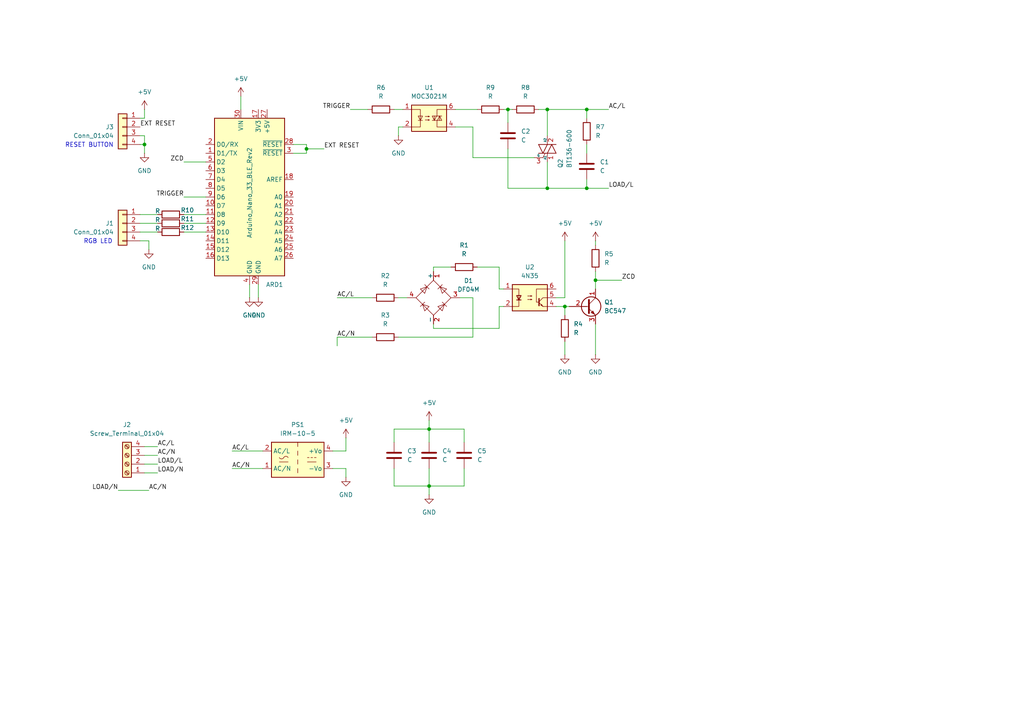
<source format=kicad_sch>
(kicad_sch (version 20231120) (generator "eeschema") (generator_version "8.0")
  (paper "A4")
  (title_block (title "PulseFlow") (date "2024-12-06") (company "HSE B.V."))
  (lib_symbols
    (symbol "Connector:Screw_Terminal_01x04" (pin_names (offset 1.016) hide)
      (property "Reference" "J" (at 0 5.08 0))
      (property "Value" "Screw_Terminal_01x04" (at 0 -7.62 0))
      (symbol "Screw_Terminal_01x04_1_1"
        (rectangle (start -1.27 3.81) (end 1.27 -6.35) (stroke (width 0.254)) (fill (type background)))
        (circle (center 0 -5.08) (radius 0.635) (stroke (width 0.1524)))
        (circle (center 0 -2.54) (radius 0.635) (stroke (width 0.1524)))
        (polyline (pts (xy -0.5334 -4.7498) (xy 0.3302 -5.588)) (stroke (width 0.1524)))
        (polyline (pts (xy -0.5334 -2.2098) (xy 0.3302 -3.048)) (stroke (width 0.1524)))
        (polyline (pts (xy -0.5334 0.3302) (xy 0.3302 -0.508)) (stroke (width 0.1524)))
        (polyline (pts (xy -0.5334 2.8702) (xy 0.3302 2.032)) (stroke (width 0.1524)))
        (polyline (pts (xy -0.3556 -4.572) (xy 0.508 -5.4102)) (stroke (width 0.1524)))
        (polyline (pts (xy -0.3556 -2.032) (xy 0.508 -2.8702)) (stroke (width 0.1524)))
        (polyline (pts (xy -0.3556 0.508) (xy 0.508 -0.3302)) (stroke (width 0.1524)))
        (polyline (pts (xy -0.3556 3.048) (xy 0.508 2.2098)) (stroke (width 0.1524)))
        (circle (center 0 0) (radius 0.635) (stroke (width 0.1524)))
        (circle (center 0 2.54) (radius 0.635) (stroke (width 0.1524)))
        (pin passive line (at -5.08 2.54 0) (length 3.81) (name "Pin_1") (number "1"))
        (pin passive line (at -5.08 0 0) (length 3.81) (name "Pin_2") (number "2"))
        (pin passive line (at -5.08 -2.54 0) (length 3.81) (name "Pin_3") (number "3"))
        (pin passive line (at -5.08 -5.08 0) (length 3.81) (name "Pin_4") (number "4"))
      )
    )
    (symbol "Connector_Generic:Conn_01x04" (pin_names (offset 1.016) hide)
      (property "Reference" "J" (at 0 5.08 0))
      (property "Value" "Conn_01x04" (at 0 -7.62 0))
      (symbol "Conn_01x04_1_1"
        (rectangle (start -1.27 -4.953) (end 0 -5.207) (stroke (width 0.1524)))
        (rectangle (start -1.27 -2.413) (end 0 -2.667) (stroke (width 0.1524)))
        (rectangle (start -1.27 0.127) (end 0 -0.127) (stroke (width 0.1524)))
        (rectangle (start -1.27 2.667) (end 0 2.413) (stroke (width 0.1524)))
        (rectangle (start -1.27 3.81) (end 1.27 -6.35) (stroke (width 0.254)) (fill (type background)))
        (pin passive line (at -5.08 2.54 0) (length 3.81) (name "Pin_1") (number "1"))
        (pin passive line (at -5.08 0 0) (length 3.81) (name "Pin_2") (number "2"))
        (pin passive line (at -5.08 -2.54 0) (length 3.81) (name "Pin_3") (number "3"))
        (pin passive line (at -5.08 -5.08 0) (length 3.81) (name "Pin_4") (number "4"))
      )
    )
    (symbol "Converter_ACDC:IRM-10-5"
      (property "Reference" "PS" (at 0 6.35 0))
      (property "Value" "IRM-10-5" (at 0 -6.35 0))
      (symbol "IRM-10-5_0_1"
        (rectangle (start -7.62 5.08) (end 7.62 -5.08) (stroke (width 0.254)) (fill (type background)))
        (arc (start -5.334 0.635) (mid -4.699 0.2495) (end -4.064 0.635))
        (arc (start -2.794 0.635) (mid -3.429 1.0072) (end -4.064 0.635))
        (polyline (pts (xy -5.334 -0.635) (xy -2.794 -0.635)))
        (polyline (pts (xy 0 -2.54) (xy 0 -3.81)))
        (polyline (pts (xy 0 0) (xy 0 -1.27)))
        (polyline (pts (xy 0 2.54) (xy 0 1.27)))
        (polyline (pts (xy 0 5.08) (xy 0 3.81)))
        (polyline (pts (xy 2.794 -0.635) (xy 5.334 -0.635)))
        (polyline (pts (xy 2.794 0.635) (xy 3.302 0.635)))
        (polyline (pts (xy 3.81 0.635) (xy 4.318 0.635)))
        (polyline (pts (xy 4.826 0.635) (xy 5.334 0.635)))
      )
      (symbol "IRM-10-5_1_1"
        (pin power_in line (at -10.16 -2.54 0) (length 2.54) (name "AC/N") (number "1"))
        (pin power_in line (at -10.16 2.54 0) (length 2.54) (name "AC/L") (number "2"))
        (pin power_out line (at 10.16 -2.54 180) (length 2.54) (name "-Vo") (number "3"))
        (pin power_out line (at 10.16 2.54 180) (length 2.54) (name "+Vo") (number "4"))
      )
    )
    (symbol "Device:C" (pin_numbers hide) (pin_names (offset 0.254))
      (property "Reference" "C" (at 0.635 2.54 0))
      (property "Value" "C" (at 0.635 -2.54 0))
      (symbol "C_0_1"
        (polyline (pts (xy -2.032 -0.762) (xy 2.032 -0.762)) (stroke (width 0.508)))
        (polyline (pts (xy -2.032 0.762) (xy 2.032 0.762)) (stroke (width 0.508)))
      )
      (symbol "C_1_1"
        (pin passive line (at 0 3.81 270) (length 2.794) (name "~") (number "1"))
        (pin passive line (at 0 -3.81 90) (length 2.794) (name "~") (number "2"))
      )
    )
    (symbol "Device:R" (pin_numbers hide) (pin_names (offset 0))
      (property "Reference" "R" (at 2.032 0 90))
      (property "Value" "R" (at 0 0 90))
      (symbol "R_0_1"
        (rectangle (start -1.016 -2.54) (end 1.016 2.54) (stroke (width 0.254)))
      )
      (symbol "R_1_1"
        (pin passive line (at 0 3.81 270) (length 1.27) (name "~") (number "1"))
        (pin passive line (at 0 -3.81 90) (length 1.27) (name "~") (number "2"))
      )
    )
    (symbol "Diode_Bridge:DF04M" (pin_names (offset 0))
      (property "Reference" "D" (at 2.54 6.985 0))
      (property "Value" "DF04M" (at 2.54 5.08 0))
      (symbol "DF04M_0_1"
        (polyline (pts (xy -2.54 3.81) (xy -1.27 2.54)))
        (polyline (pts (xy -1.27 -2.54) (xy -2.54 -3.81)))
        (polyline (pts (xy 2.54 -1.27) (xy 3.81 -2.54)))
        (polyline (pts (xy 2.54 1.27) (xy 3.81 2.54)))
        (polyline (pts (xy -3.81 2.54) (xy -2.54 1.27) (xy -1.905 3.175) (xy -3.81 2.54)))
        (polyline (pts (xy -2.54 -1.27) (xy -3.81 -2.54) (xy -1.905 -3.175) (xy -2.54 -1.27)))
        (polyline (pts (xy 1.27 2.54) (xy 2.54 3.81) (xy 3.175 1.905) (xy 1.27 2.54)))
        (polyline (pts (xy 3.175 -1.905) (xy 1.27 -2.54) (xy 2.54 -3.81) (xy 3.175 -1.905)))
        (polyline (pts (xy -5.08 0) (xy 0 -5.08) (xy 5.08 0) (xy 0 5.08) (xy -5.08 0)))
      )
      (symbol "DF04M_1_1"
        (pin passive line (at 7.62 0 180) (length 2.54) (name "+") (number "1"))
        (pin passive line (at -7.62 0 0) (length 2.54) (name "-") (number "2"))
        (pin passive line (at 0 -7.62 90) (length 2.54) (name "~") (number "3"))
        (pin passive line (at 0 7.62 270) (length 2.54) (name "~") (number "4"))
      )
    )
    (symbol "Isolator:4N35" (pin_names (offset 1.016))
      (property "Reference" "U" (at -5.08 5.08 0))
      (property "Value" "4N35" (at 0 5.08 0))
      (symbol "4N35_0_1"
        (rectangle (start -5.08 3.81) (end 5.08 -3.81) (stroke (width 0.254)) (fill (type background)))
        (polyline (pts (xy -3.81 -0.635) (xy -2.54 -0.635)) (stroke (width 0.254)))
        (polyline (pts (xy 2.667 -1.397) (xy 3.81 -2.54)))
        (polyline (pts (xy 2.667 -1.143) (xy 3.81 0)))
        (polyline (pts (xy 3.81 -2.54) (xy 5.08 -2.54)))
        (polyline (pts (xy 3.81 0) (xy 5.08 0)))
        (polyline (pts (xy 2.667 -0.254) (xy 2.667 -2.286) (xy 2.667 -2.286)) (stroke (width 0.3556)))
        (polyline (pts (xy -5.08 -2.54) (xy -3.175 -2.54) (xy -3.175 2.54) (xy -5.08 2.54)))
        (polyline (pts (xy -3.175 -0.635) (xy -3.81 0.635) (xy -2.54 0.635) (xy -3.175 -0.635)) (stroke (width 0.254)))
        (polyline (pts (xy 3.683 -2.413) (xy 3.429 -1.905) (xy 3.175 -2.159) (xy 3.683 -2.413)))
        (polyline (pts (xy 5.08 2.54) (xy 1.905 2.54) (xy 1.905 -1.27) (xy 2.54 -1.27)))
        (polyline (pts (xy -0.635 -0.508) (xy 0.635 -0.508) (xy 0.254 -0.635) (xy 0.254 -0.381) (xy 0.635 -0.508)))
        (polyline (pts (xy -0.635 0.508) (xy 0.635 0.508) (xy 0.254 0.381) (xy 0.254 0.635) (xy 0.635 0.508)))
      )
      (symbol "4N35_1_1"
        (pin passive line (at -7.62 2.54 0) (length 2.54) (name "~") (number "1"))
        (pin passive line (at -7.62 -2.54 0) (length 2.54) (name "~") (number "2"))
        (pin no_connect line (at -5.08 0 0) (length 2.54) hide (name "NC") (number "3"))
        (pin passive line (at 7.62 -2.54 180) (length 2.54) (name "~") (number "4"))
        (pin passive line (at 7.62 0 180) (length 2.54) (name "~") (number "5"))
        (pin passive line (at 7.62 2.54 180) (length 2.54) (name "~") (number "6"))
      )
    )
    (symbol "MCU_Module:Arduino_Nano_v3.x"
      (property "Reference" "A" (at -10.16 23.495 0))
      (property "Value" "Arduino_Nano_v3.x" (at 5.08 -24.13 0))
      (symbol "Arduino_Nano_v3.x_0_1"
        (rectangle (start -10.16 22.86) (end 10.16 -22.86) (stroke (width 0.254)) (fill (type background)))
      )
      (symbol "Arduino_Nano_v3.x_1_1"
        (pin bidirectional line (at -12.7 12.7 0) (length 2.54) (name "D1/TX") (number "1"))
        (pin bidirectional line (at -12.7 -2.54 0) (length 2.54) (name "D7") (number "10"))
        (pin bidirectional line (at -12.7 -5.08 0) (length 2.54) (name "D8") (number "11"))
        (pin bidirectional line (at -12.7 -7.62 0) (length 2.54) (name "D9") (number "12"))
        (pin bidirectional line (at -12.7 -10.16 0) (length 2.54) (name "D10") (number "13"))
        (pin bidirectional line (at -12.7 -12.7 0) (length 2.54) (name "D11") (number "14"))
        (pin bidirectional line (at -12.7 -15.24 0) (length 2.54) (name "D12") (number "15"))
        (pin bidirectional line (at -12.7 -17.78 0) (length 2.54) (name "D13") (number "16"))
        (pin power_out line (at 2.54 25.4 270) (length 2.54) (name "3V3") (number "17"))
        (pin input line (at 12.7 5.08 180) (length 2.54) (name "AREF") (number "18"))
        (pin bidirectional line (at 12.7 0 180) (length 2.54) (name "A0") (number "19"))
        (pin bidirectional line (at -12.7 15.24 0) (length 2.54) (name "D0/RX") (number "2"))
        (pin bidirectional line (at 12.7 -2.54 180) (length 2.54) (name "A1") (number "20"))
        (pin bidirectional line (at 12.7 -5.08 180) (length 2.54) (name "A2") (number "21"))
        (pin bidirectional line (at 12.7 -7.62 180) (length 2.54) (name "A3") (number "22"))
        (pin bidirectional line (at 12.7 -10.16 180) (length 2.54) (name "A4") (number "23"))
        (pin bidirectional line (at 12.7 -12.7 180) (length 2.54) (name "A5") (number "24"))
        (pin bidirectional line (at 12.7 -15.24 180) (length 2.54) (name "A6") (number "25"))
        (pin bidirectional line (at 12.7 -17.78 180) (length 2.54) (name "A7") (number "26"))
        (pin power_out line (at 5.08 25.4 270) (length 2.54) (name "+5V") (number "27"))
        (pin input line (at 12.7 15.24 180) (length 2.54) (name "~{RESET}") (number "28"))
        (pin power_in line (at 2.54 -25.4 90) (length 2.54) (name "GND") (number "29"))
        (pin input line (at 12.7 12.7 180) (length 2.54) (name "~{RESET}") (number "3"))
        (pin power_in line (at -2.54 25.4 270) (length 2.54) (name "VIN") (number "30"))
        (pin power_in line (at 0 -25.4 90) (length 2.54) (name "GND") (number "4"))
        (pin bidirectional line (at -12.7 10.16 0) (length 2.54) (name "D2") (number "5"))
        (pin bidirectional line (at -12.7 7.62 0) (length 2.54) (name "D3") (number "6"))
        (pin bidirectional line (at -12.7 5.08 0) (length 2.54) (name "D4") (number "7"))
        (pin bidirectional line (at -12.7 2.54 0) (length 2.54) (name "D5") (number "8"))
        (pin bidirectional line (at -12.7 0 0) (length 2.54) (name "D6") (number "9"))
      )
    )
    (symbol "Relay_SolidState:MOC3021M"
      (property "Reference" "U" (at -5.334 4.826 0))
      (property "Value" "MOC3021M" (at 0 5.08 0))
      (symbol "MOC3021M_0_1"
        (rectangle (start -5.08 3.81) (end 5.08 -3.81) (stroke (width 0.254)) (fill (type background)))
        (polyline (pts (xy -3.175 -0.635) (xy -1.905 -0.635)))
        (polyline (pts (xy 1.524 -0.635) (xy 1.524 0.635)))
        (polyline (pts (xy 3.048 0.635) (xy 3.048 -0.635)))
        (polyline (pts (xy 2.286 -0.635) (xy 2.286 -2.54) (xy 5.08 -2.54)))
        (polyline (pts (xy 2.286 0.635) (xy 2.286 2.54) (xy 5.08 2.54)))
        (polyline (pts (xy -5.08 2.54) (xy -2.54 2.54) (xy -2.54 -2.54) (xy -5.08 -2.54)))
        (polyline (pts (xy -2.54 -0.635) (xy -3.175 0.635) (xy -1.905 0.635) (xy -2.54 -0.635)))
        (polyline (pts (xy 0.889 -0.635) (xy 3.683 -0.635) (xy 3.048 0.635) (xy 2.413 -0.635)))
        (polyline (pts (xy 3.683 0.635) (xy 0.889 0.635) (xy 1.524 -0.635) (xy 2.159 0.635)))
        (polyline (pts (xy -1.143 -0.508) (xy 0.127 -0.508) (xy -0.254 -0.635) (xy -0.254 -0.381) (xy 0.127 -0.508)))
        (polyline (pts (xy -1.143 0.508) (xy 0.127 0.508) (xy -0.254 0.381) (xy -0.254 0.635) (xy 0.127 0.508)))
      )
      (symbol "MOC3021M_1_1"
        (pin passive line (at -7.62 2.54 0) (length 2.54) (name "~") (number "1"))
        (pin passive line (at -7.62 -2.54 0) (length 2.54) (name "~") (number "2"))
        (pin no_connect line (at -5.08 0 0) (length 2.54) hide (name "NC") (number "3"))
        (pin passive line (at 7.62 -2.54 180) (length 2.54) (name "~") (number "4"))
        (pin no_connect line (at 5.08 0 180) (length 2.54) hide (name "NC") (number "5"))
        (pin passive line (at 7.62 2.54 180) (length 2.54) (name "~") (number "6"))
      )
    )
    (symbol "Transistor_BJT:BC547" (pin_names (offset 0) hide)
      (property "Reference" "Q" (at 5.08 1.905 0))
      (property "Value" "BC547" (at 5.08 0 0))
      (symbol "BC547_0_1"
        (polyline (pts (xy 0 0) (xy 0.635 0)))
        (polyline (pts (xy 0.635 0.635) (xy 2.54 2.54)))
        (polyline (pts (xy 0.635 -0.635) (xy 2.54 -2.54) (xy 2.54 -2.54)))
        (polyline (pts (xy 0.635 1.905) (xy 0.635 -1.905) (xy 0.635 -1.905)) (stroke (width 0.508)))
        (polyline (pts (xy 1.27 -1.778) (xy 1.778 -1.27) (xy 2.286 -2.286) (xy 1.27 -1.778) (xy 1.27 -1.778)) (fill (type outline)))
        (circle (center 1.27 0) (radius 2.8194) (stroke (width 0.254)))
      )
      (symbol "BC547_1_1"
        (pin passive line (at 2.54 5.08 270) (length 2.54) (name "C") (number "1"))
        (pin input line (at -5.08 0 0) (length 5.08) (name "B") (number "2"))
        (pin passive line (at 2.54 -5.08 90) (length 2.54) (name "E") (number "3"))
      )
    )
    (symbol "Triac_Thyristor:BT136-600" (pin_names (offset 0))
      (property "Reference" "Q" (at 5.08 1.905 0))
      (property "Value" "BT136-600" (at 5.08 0 0))
      (symbol "BT136-600_0_1"
        (polyline (pts (xy -2.54 -1.27) (xy 2.54 -1.27)) (stroke (width 0.2032)))
        (polyline (pts (xy -2.54 1.27) (xy 2.54 1.27)) (stroke (width 0.2032)))
        (polyline (pts (xy -1.27 -2.54) (xy -0.635 -1.27)))
        (polyline (pts (xy -2.54 1.27) (xy -1.27 -1.27) (xy 0 1.27)) (stroke (width 0.2032)))
        (polyline (pts (xy 0 -1.27) (xy 1.27 1.27) (xy 2.54 -1.27)) (stroke (width 0.2032)))
      )
      (symbol "BT136-600_1_1"
        (pin passive line (at 0 -3.81 90) (length 2.54) (name "A1") (number "1"))
        (pin passive line (at 0 3.81 270) (length 2.54) (name "A2") (number "2"))
        (pin input line (at -3.81 -2.54 0) (length 2.54) (name "G") (number "3"))
      )
    )
    (symbol "power:+5V" (power) (pin_numbers hide) (pin_names (offset 0) hide)
      (property "Value" "+5V" (at 0 3.556 0))
      (symbol "+5V_0_1"
        (polyline (pts (xy -0.762 1.27) (xy 0 2.54)))
        (polyline (pts (xy 0 0) (xy 0 2.54)))
        (polyline (pts (xy 0 2.54) (xy 0.762 1.27)))
      )
      (symbol "+5V_1_1"
        (pin power_in line (at 0 0 90) (length 0) (name "~") (number "1"))
      )
    )
    (symbol "power:GND" (power) (pin_numbers hide) (pin_names (offset 0) hide)
      (property "Value" "GND" (at 0 -3.81 0))
      (symbol "GND_0_1"
        (polyline (pts (xy 0 0) (xy 0 -1.27) (xy 1.27 -1.27) (xy 0 -2.54) (xy -1.27 -1.27) (xy 0 -1.27)))
      )
      (symbol "GND_1_1"
        (pin power_in line (at 0 0 270) (length 0) (name "~") (number "1"))
      )
    )
  )
  (junction (at 88.9 43.18))
  (junction (at 158.75 54.61))
  (junction (at 163.83 88.9))
  (junction (at 41.91 41.91))
  (junction (at 124.46 140.97))
  (junction (at 170.18 31.75))
  (junction (at 172.72 81.28))
  (junction (at 147.32 31.75))
  (junction (at 158.75 31.75))
  (junction (at 124.46 124.46))
  (junction (at 170.18 54.61))
  (wire (pts (xy 158.75 31.75) (xy 170.18 31.75)))
  (wire (pts (xy 114.3 124.46) (xy 124.46 124.46)))
  (wire (pts (xy 137.16 45.72) (xy 154.94 45.72)))
  (wire (pts (xy 114.3 31.75) (xy 116.84 31.75)))
  (wire (pts (xy 41.91 132.08) (xy 45.72 132.08)))
  (wire (pts (xy 163.83 69.85) (xy 163.83 86.36)))
  (wire (pts (xy 114.3 135.89) (xy 114.3 140.97)))
  (wire (pts (xy 134.62 135.89) (xy 134.62 140.97)))
  (wire (pts (xy 146.05 31.75) (xy 147.32 31.75)))
  (wire (pts (xy 40.64 62.23) (xy 45.72 62.23)))
  (wire (pts (xy 172.72 78.74) (xy 172.72 81.28)))
  (wire (pts (xy 97.79 97.79) (xy 97.79 100.33)))
  (wire (pts (xy 41.91 137.16) (xy 45.72 137.16)))
  (wire (pts (xy 41.91 39.37) (xy 41.91 41.91)))
  (wire (pts (xy 170.18 31.75) (xy 170.18 34.29)))
  (wire (pts (xy 69.85 27.94) (xy 69.85 31.75)))
  (wire (pts (xy 40.64 69.85) (xy 43.18 69.85)))
  (wire (pts (xy 161.29 88.9) (xy 163.83 88.9)))
  (wire (pts (xy 41.91 129.54) (xy 45.72 129.54)))
  (wire (pts (xy 40.64 34.29) (xy 41.91 34.29)))
  (wire (pts (xy 172.72 71.12) (xy 172.72 69.85)))
  (wire (pts (xy 100.33 130.81) (xy 100.33 127)))
  (wire (pts (xy 85.09 44.45) (xy 88.9 44.45)))
  (wire (pts (xy 170.18 54.61) (xy 176.53 54.61)))
  (wire (pts (xy 53.34 67.31) (xy 59.69 67.31)))
  (wire (pts (xy 137.16 36.83) (xy 132.08 36.83)))
  (wire (pts (xy 170.18 31.75) (xy 176.53 31.75)))
  (wire (pts (xy 147.32 54.61) (xy 158.75 54.61)))
  (wire (pts (xy 41.91 41.91) (xy 41.91 44.45)))
  (wire (pts (xy 101.6 31.75) (xy 106.68 31.75)))
  (wire (pts (xy 144.78 88.9) (xy 146.05 88.9)))
  (wire (pts (xy 170.18 41.91) (xy 170.18 44.45)))
  (wire (pts (xy 40.64 41.91) (xy 41.91 41.91)))
  (wire (pts (xy 163.83 99.06) (xy 163.83 102.87)))
  (wire (pts (xy 41.91 34.29) (xy 41.91 31.75)))
  (wire (pts (xy 114.3 140.97) (xy 124.46 140.97)))
  (wire (pts (xy 124.46 121.92) (xy 124.46 124.46)))
  (wire (pts (xy 43.18 69.85) (xy 43.18 72.39)))
  (wire (pts (xy 144.78 95.25) (xy 125.73 95.25)))
  (wire (pts (xy 96.52 135.89) (xy 100.33 135.89)))
  (wire (pts (xy 97.79 97.79) (xy 107.95 97.79)))
  (wire (pts (xy 34.29 142.24) (xy 43.18 142.24)))
  (wire (pts (xy 88.9 43.18) (xy 93.98 43.18)))
  (wire (pts (xy 163.83 86.36) (xy 161.29 86.36)))
  (wire (pts (xy 53.34 62.23) (xy 59.69 62.23)))
  (wire (pts (xy 144.78 77.47) (xy 138.43 77.47)))
  (wire (pts (xy 40.64 39.37) (xy 41.91 39.37)))
  (wire (pts (xy 163.83 88.9) (xy 163.83 91.44)))
  (wire (pts (xy 88.9 44.45) (xy 88.9 43.18)))
  (wire (pts (xy 134.62 140.97) (xy 124.46 140.97)))
  (wire (pts (xy 144.78 83.82) (xy 146.05 83.82)))
  (wire (pts (xy 156.21 31.75) (xy 158.75 31.75)))
  (wire (pts (xy 53.34 46.99) (xy 59.69 46.99)))
  (wire (pts (xy 125.73 95.25) (xy 125.73 93.98)))
  (wire (pts (xy 170.18 52.07) (xy 170.18 54.61)))
  (wire (pts (xy 163.83 88.9) (xy 165.1 88.9)))
  (wire (pts (xy 134.62 128.27) (xy 134.62 124.46)))
  (wire (pts (xy 115.57 97.79) (xy 137.16 97.79)))
  (wire (pts (xy 125.73 77.47) (xy 130.81 77.47)))
  (wire (pts (xy 158.75 46.99) (xy 158.75 54.61)))
  (wire (pts (xy 115.57 39.37) (xy 115.57 36.83)))
  (wire (pts (xy 41.91 134.62) (xy 45.72 134.62)))
  (wire (pts (xy 158.75 31.75) (xy 158.75 39.37)))
  (wire (pts (xy 67.31 135.89) (xy 76.2 135.89)))
  (wire (pts (xy 96.52 130.81) (xy 100.33 130.81)))
  (wire (pts (xy 124.46 135.89) (xy 124.46 140.97)))
  (wire (pts (xy 172.72 81.28) (xy 180.34 81.28)))
  (wire (pts (xy 74.93 82.55) (xy 74.93 86.36)))
  (wire (pts (xy 40.64 64.77) (xy 45.72 64.77)))
  (wire (pts (xy 115.57 86.36) (xy 118.11 86.36)))
  (wire (pts (xy 53.34 64.77) (xy 59.69 64.77)))
  (wire (pts (xy 67.31 130.81) (xy 76.2 130.81)))
  (wire (pts (xy 100.33 135.89) (xy 100.33 138.43)))
  (wire (pts (xy 53.34 57.15) (xy 59.69 57.15)))
  (wire (pts (xy 97.79 86.36) (xy 107.95 86.36)))
  (wire (pts (xy 114.3 128.27) (xy 114.3 124.46)))
  (wire (pts (xy 144.78 88.9) (xy 144.78 95.25)))
  (wire (pts (xy 88.9 43.18) (xy 88.9 41.91)))
  (wire (pts (xy 124.46 124.46) (xy 124.46 128.27)))
  (wire (pts (xy 88.9 41.91) (xy 85.09 41.91)))
  (wire (pts (xy 144.78 83.82) (xy 144.78 77.47)))
  (wire (pts (xy 115.57 36.83) (xy 116.84 36.83)))
  (wire (pts (xy 137.16 86.36) (xy 133.35 86.36)))
  (wire (pts (xy 137.16 97.79) (xy 137.16 86.36)))
  (wire (pts (xy 172.72 81.28) (xy 172.72 83.82)))
  (wire (pts (xy 147.32 31.75) (xy 148.59 31.75)))
  (wire (pts (xy 40.64 67.31) (xy 45.72 67.31)))
  (wire (pts (xy 132.08 31.75) (xy 138.43 31.75)))
  (wire (pts (xy 124.46 140.97) (xy 124.46 143.51)))
  (wire (pts (xy 125.73 77.47) (xy 125.73 78.74)))
  (wire (pts (xy 172.72 93.98) (xy 172.72 102.87)))
  (wire (pts (xy 147.32 43.18) (xy 147.32 54.61)))
  (wire (pts (xy 72.39 82.55) (xy 72.39 86.36)))
  (wire (pts (xy 158.75 54.61) (xy 170.18 54.61)))
  (wire (pts (xy 147.32 31.75) (xy 147.32 35.56)))
  (wire (pts (xy 137.16 45.72) (xy 137.16 36.83)))
  (wire (pts (xy 134.62 124.46) (xy 124.46 124.46)))
  (text "RESET BUTTON" (at 25.908 42.164 0) (effects (font (size 1.27 1.27))))
  (text "RGB LED" (at 28.448 70.104 0) (effects (font (size 1.27 1.27))))
  (label "LOAD{slash}L" (at 176.53 54.61 0))
  (label "AC{slash}L" (at 97.79 86.36 0))
  (label "AC{slash}N" (at 67.31 135.89 0))
  (label "AC{slash}N" (at 43.18 142.24 0))
  (label "LOAD{slash}N" (at 45.72 137.16 0))
  (label "LOAD{slash}L" (at 45.72 134.62 0))
  (label "ZCD" (at 53.34 46.99 180))
  (label "TRIGGER" (at 101.6 31.75 180))
  (label "EXT RESET" (at 93.98 43.18 0))
  (label "AC{slash}N" (at 97.79 97.79 0))
  (label "AC{slash}L" (at 45.72 129.54 0))
  (label "LOAD{slash}N" (at 34.29 142.24 180))
  (label "AC{slash}L" (at 176.53 31.75 0))
  (label "ZCD" (at 180.34 81.28 0))
  (label "TRIGGER" (at 53.34 57.15 180))
  (label "AC{slash}L" (at 67.31 130.81 0))
  (label "EXT RESET" (at 40.64 36.83 0))
  (label "AC{slash}N" (at 45.72 132.08 0))
  (symbol (lib_id "power:GND") (at 124.46 143.51 0) (unit 1)
    (property "Reference" "#PWR016" (effects (hide yes)))
    (property "Value" "GND" (at 124.46 148.59 0))
    (property "Description" "Power symbol creates a global label with name \"GND\" , ground" (effects (hide yes)))
  )
  (symbol (lib_id "power:+5V") (at 69.85 27.94 0) (unit 1)
    (property "Reference" "#PWR03" (effects (hide yes)))
    (property "Value" "+5V" (at 69.85 22.86 0))
    (property "Description" "Power symbol creates a global label with name \"+5V\"" (effects (hide yes)))
  )
  (symbol (lib_id "power:GND") (at 100.33 138.43 0) (unit 1)
    (property "Reference" "#PWR08" (effects (hide yes)))
    (property "Value" "GND" (at 100.33 143.51 0))
    (property "Description" "Power symbol creates a global label with name \"GND\" , ground" (effects (hide yes)))
  )
  (symbol (lib_id "Converter_ACDC:IRM-10-5") (at 86.36 133.35 0) (unit 1)
    (property "Reference" "PS1" (at 86.36 123.19 0))
    (property "Value" "IRM-10-5" (at 86.36 125.73 0))
    (property "Footprint" "Converter_ACDC:Converter_ACDC_MeanWell_IRM-10-xx_THT" (effects (hide yes)))
    (property "Datasheet" "https://www.meanwell.com/Upload/PDF/IRM-10/IRM-10-SPEC.PDF" (effects (hide yes)))
    (property "Description" "5V, 2A, 10W, Isolated, AC-DC, 222A(IRM10)" (effects (hide yes)))
  )
  (symbol (lib_id "Device:R") (at 111.76 97.79 90) (unit 1)
    (property "Reference" "R3" (at 111.76 91.44 90))
    (property "Value" "R" (at 111.76 93.98 90))
    (property "Description" "Resistor" (effects (hide yes)))
  )
  (symbol (lib_id "power:GND") (at 43.18 72.39 0) (mirror y) (unit 1)
    (property "Reference" "#PWR011" (effects (hide yes)))
    (property "Value" "GND" (at 43.18 77.47 0))
    (property "Description" "Power symbol creates a global label with name \"GND\" , ground" (effects (hide yes)))
  )
  (symbol (lib_id "power:+5V") (at 41.91 31.75 0) (unit 1)
    (property "Reference" "#PWR013" (effects (hide yes)))
    (property "Value" "+5V" (at 41.91 26.67 0))
    (property "Description" "Power symbol creates a global label with name \"+5V\"" (effects (hide yes)))
  )
  (symbol (lib_id "Device:C") (at 170.18 48.26 0) (unit 1)
    (property "Reference" "C1" (at 173.99 46.9899 0) (effects (justify left)))
    (property "Value" "C" (at 173.99 49.5299 0) (effects (justify left)))
    (property "Description" "Unpolarized capacitor" (effects (hide yes)))
  )
  (symbol (lib_id "power:GND") (at 163.83 102.87 0) (unit 1)
    (property "Reference" "#PWR05" (effects (hide yes)))
    (property "Value" "GND" (at 163.83 107.95 0))
    (property "Description" "Power symbol creates a global label with name \"GND\" , ground" (effects (hide yes)))
  )
  (symbol (lib_id "Transistor_BJT:BC547") (at 170.18 88.9 0) (unit 1)
    (property "Reference" "Q1" (at 175.26 87.6299 0) (effects (justify left)))
    (property "Value" "BC547" (at 175.26 90.1699 0) (effects (justify left)))
    (property "Footprint" "Package_TO_SOT_THT:TO-92_Inline" (effects (hide yes)))
    (property "Datasheet" "https://www.onsemi.com/pub/Collateral/BC550-D.pdf" (effects (hide yes)))
    (property "Description" "0.1A Ic, 45V Vce, Small Signal NPN Transistor, TO-92" (effects (hide yes)))
  )
  (symbol (lib_id "Connector_Generic:Conn_01x04") (at 35.56 36.83 0) (mirror y) (unit 1)
    (property "Reference" "J3" (at 33.02 36.8299 0) (effects (justify left)))
    (property "Value" "Conn_01x04" (at 33.02 39.3699 0) (effects (justify left)))
    (property "Footprint" "Connector_Molex:Molex_KK-254_AE-6410-04A_1x04_P2.54mm_Vertical" (effects (hide yes)))
    (property "Description" "Generic connector, single row, 01x04, script generated (kicad-library-utils/schlib/autogen/connector/)" (effects (hide yes)))
  )
  (symbol (lib_id "power:+5V") (at 172.72 69.85 0) (unit 1)
    (property "Reference" "#PWR01" (effects (hide yes)))
    (property "Value" "+5V" (at 172.72 64.77 0))
    (property "Description" "Power symbol creates a global label with name \"+5V\"" (effects (hide yes)))
  )
  (symbol (lib_id "MCU_Module:Arduino_Nano_v3.x") (at 72.39 57.15 0) (unit 1)
    (property "Reference" "ARD1" (at 77.1241 82.55 0) (effects (justify left)))
    (property "Value" "Arduino_Nano_33_BLE_Rev2" (at 72.39 69.088 90) (effects (justify left)))
    (property "Footprint" "Module:Arduino_Nano" (effects (hide yes)))
    (property "Datasheet" "http://www.mouser.com/pdfdocs/Gravitech_Arduino_Nano3_0.pdf" (effects (hide yes)))
    (property "Description" "Arduino Nano v3.x" (effects (hide yes)))
  )
  (symbol (lib_id "Device:R") (at 49.53 67.31 270) (unit 1)
    (property "Reference" "R12" (at 54.356 66.04 90))
    (property "Value" "R" (at 45.72 66.294 90))
    (property "Description" "Resistor" (effects (hide yes)))
  )
  (symbol (lib_id "Device:R") (at 170.18 38.1 0) (unit 1)
    (property "Reference" "R7" (at 172.72 36.8299 0) (effects (justify left)))
    (property "Value" "R" (at 172.72 39.3699 0) (effects (justify left)))
    (property "Description" "Resistor" (effects (hide yes)))
  )
  (symbol (lib_id "Device:C") (at 124.46 132.08 0) (unit 1)
    (property "Reference" "C4" (at 128.27 130.8099 0) (effects (justify left)))
    (property "Value" "C" (at 128.27 133.3499 0) (effects (justify left)))
    (property "Description" "Unpolarized capacitor" (effects (hide yes)))
  )
  (symbol (lib_id "Device:R") (at 142.24 31.75 270) (unit 1)
    (property "Reference" "R9" (at 142.24 25.4 90))
    (property "Value" "R" (at 142.24 27.94 90))
    (property "Description" "Resistor" (effects (hide yes)))
  )
  (symbol (lib_id "Device:C") (at 147.32 39.37 0) (unit 1)
    (property "Reference" "C2" (at 151.13 38.0999 0) (effects (justify left)))
    (property "Value" "C" (at 151.13 40.6399 0) (effects (justify left)))
    (property "Description" "Unpolarized capacitor" (effects (hide yes)))
  )
  (symbol (lib_id "power:+5V") (at 163.83 69.85 0) (unit 1)
    (property "Reference" "#PWR010" (effects (hide yes)))
    (property "Value" "+5V" (at 163.83 64.77 0))
    (property "Description" "Power symbol creates a global label with name \"+5V\"" (effects (hide yes)))
  )
  (symbol (lib_id "power:+5V") (at 100.33 127 0) (unit 1)
    (property "Reference" "#PWR02" (effects (hide yes)))
    (property "Value" "+5V" (at 100.33 121.92 0))
    (property "Description" "Power symbol creates a global label with name \"+5V\"" (effects (hide yes)))
  )
  (symbol (lib_id "Device:R") (at 49.53 64.77 270) (unit 1)
    (property "Reference" "R11" (at 54.356 63.5 90))
    (property "Value" "R" (at 45.72 63.754 90))
    (property "Description" "Resistor" (effects (hide yes)))
  )
  (symbol (lib_id "power:GND") (at 74.93 86.36 0) (unit 1)
    (property "Reference" "#PWR07" (effects (hide yes)))
    (property "Value" "GND" (at 74.93 91.44 0))
    (property "Description" "Power symbol creates a global label with name \"GND\" , ground" (effects (hide yes)))
  )
  (symbol (lib_id "Device:R") (at 110.49 31.75 270) (unit 1)
    (property "Reference" "R6" (at 110.49 25.4 90))
    (property "Value" "R" (at 110.49 27.94 90))
    (property "Description" "Resistor" (effects (hide yes)))
  )
  (symbol (lib_id "Connector:Screw_Terminal_01x04") (at 36.83 134.62 180) (unit 1)
    (property "Reference" "J2" (at 36.83 123.19 0))
    (property "Value" "Screw_Terminal_01x04" (at 36.83 125.73 0))
    (property "Footprint" "TerminalBlock_Phoenix:TerminalBlock_Phoenix_MKDS-1,5-4-5.08_1x04_P5.08mm_Horizontal" (effects (hide yes)))
    (property "Description" "Generic screw terminal, single row, 01x04, script generated (kicad-library-utils/schlib/autogen/connector/)" (effects (hide yes)))
  )
  (symbol (lib_id "power:GND") (at 72.39 86.36 0) (unit 1)
    (property "Reference" "#PWR06" (effects (hide yes)))
    (property "Value" "GND" (at 72.39 91.44 0))
    (property "Description" "Power symbol creates a global label with name \"GND\" , ground" (effects (hide yes)))
  )
  (symbol (lib_id "Isolator:4N35") (at 153.67 86.36 0) (unit 1)
    (property "Reference" "U2" (at 153.67 77.47 0))
    (property "Value" "4N35" (at 153.67 80.01 0))
    (property "Footprint" "Package_DIP:DIP-6_W7.62mm" (effects (hide yes)))
    (property "Datasheet" "https://www.vishay.com/docs/81181/4n35.pdf" (effects (hide yes)))
    (property "Description" "Optocoupler, Phototransistor Output, with Base Connection, Vce 70V, CTR 100%, Viso 5000V, DIP6" (effects (hide yes)))
  )
  (symbol (lib_id "Connector_Generic:Conn_01x04") (at 35.56 64.77 0) (mirror y) (unit 1)
    (property "Reference" "J1" (at 33.02 64.7699 0) (effects (justify left)))
    (property "Value" "Conn_01x04" (at 33.02 67.3099 0) (effects (justify left)))
    (property "Footprint" "Connector_Molex:Molex_KK-254_AE-6410-04A_1x04_P2.54mm_Vertical" (effects (hide yes)))
    (property "Description" "Generic connector, single row, 01x04, script generated (kicad-library-utils/schlib/autogen/connector/)" (effects (hide yes)))
  )
  (symbol (lib_id "power:GND") (at 41.91 44.45 0) (mirror y) (unit 1)
    (property "Reference" "#PWR012" (effects (hide yes)))
    (property "Value" "GND" (at 41.91 49.53 0))
    (property "Description" "Power symbol creates a global label with name \"GND\" , ground" (effects (hide yes)))
  )
  (symbol (lib_id "Relay_SolidState:MOC3021M") (at 124.46 34.29 0) (unit 1)
    (property "Reference" "U1" (at 124.46 25.4 0))
    (property "Value" "MOC3021M" (at 124.46 27.94 0))
    (property "Footprint" "Package_DIP:DIP-6_W7.62mm" (effects (hide yes)))
    (property "Datasheet" "https://www.onsemi.com/pub/Collateral/MOC3023M-D.PDF" (effects (hide yes)))
    (property "Description" "Random Phase Opto-Triac, Vdrm 400V, Ift 15mA, DIP6" (effects (hide yes)))
  )
  (symbol (lib_id "Device:R") (at 111.76 86.36 90) (unit 1)
    (property "Reference" "R2" (at 111.76 80.01 90))
    (property "Value" "R" (at 111.76 82.55 90))
    (property "Description" "Resistor" (effects (hide yes)))
  )
  (symbol (lib_id "power:GND") (at 172.72 102.87 0) (unit 1)
    (property "Reference" "#PWR04" (effects (hide yes)))
    (property "Value" "GND" (at 172.72 107.95 0))
    (property "Description" "Power symbol creates a global label with name \"GND\" , ground" (effects (hide yes)))
  )
  (symbol (lib_id "Triac_Thyristor:BT136-600") (at 158.75 43.18 0) (unit 1)
    (property "Reference" "Q2" (at 162.56 48.768 90) (effects (justify left)))
    (property "Value" "BT136-600" (at 165.1 48.768 90) (effects (justify left)))
    (property "Footprint" "Package_TO_SOT_THT:TO-220-3_Vertical" (effects (hide yes)))
    (property "Datasheet" "http://www.micropik.com/PDF/BT136-600.pdf" (effects (hide yes)))
    (property "Description" "4A RMS, 500V Off-State Voltage, Triac, TO-220" (effects (hide yes)))
  )
  (symbol (lib_id "power:GND") (at 115.57 39.37 0) (unit 1)
    (property "Reference" "#PWR09" (effects (hide yes)))
    (property "Value" "GND" (at 115.57 44.45 0))
    (property "Description" "Power symbol creates a global label with name \"GND\" , ground" (effects (hide yes)))
  )
  (symbol (lib_id "Device:C") (at 114.3 132.08 0) (unit 1)
    (property "Reference" "C3" (at 118.11 130.8099 0) (effects (justify left)))
    (property "Value" "C" (at 118.11 133.3499 0) (effects (justify left)))
    (property "Description" "Unpolarized capacitor" (effects (hide yes)))
  )
  (symbol (lib_id "Device:R") (at 49.53 62.23 270) (unit 1)
    (property "Reference" "R10" (at 54.356 60.96 90))
    (property "Value" "R" (at 45.72 61.214 90))
    (property "Description" "Resistor" (effects (hide yes)))
  )
  (symbol (lib_id "Device:R") (at 152.4 31.75 270) (unit 1)
    (property "Reference" "R8" (at 152.4 25.4 90))
    (property "Value" "R" (at 152.4 27.94 90))
    (property "Description" "Resistor" (effects (hide yes)))
  )
  (symbol (lib_id "Device:R") (at 172.72 74.93 0) (unit 1)
    (property "Reference" "R5" (at 175.26 73.6599 0) (effects (justify left)))
    (property "Value" "R" (at 175.26 76.1999 0) (effects (justify left)))
    (property "Description" "Resistor" (effects (hide yes)))
  )
  (symbol (lib_id "Device:C") (at 134.62 132.08 0) (unit 1)
    (property "Reference" "C5" (at 138.43 130.8099 0) (effects (justify left)))
    (property "Value" "C" (at 138.43 133.3499 0) (effects (justify left)))
    (property "Description" "Unpolarized capacitor" (effects (hide yes)))
  )
  (symbol (lib_id "Diode_Bridge:DF04M") (at 125.73 86.36 90) (unit 1)
    (property "Reference" "D1" (at 135.89 81.4068 90))
    (property "Value" "DF04M" (at 135.89 83.9468 90))
    (property "Footprint" "Diode_THT:Diode_Bridge_DIP-4_W7.62mm_P5.08mm" (effects (hide yes)))
    (property "Datasheet" "http://www.vishay.com/docs/88571/dfm.pdf" (effects (hide yes)))
    (property "Description" "Miniature Glass Passivated Single-Phase Bridge Rectifiers, 280V Vrms, 1.0A If, DIP-4" (effects (hide yes)))
  )
  (symbol (lib_id "power:+5V") (at 124.46 121.92 0) (unit 1)
    (property "Reference" "#PWR015" (effects (hide yes)))
    (property "Value" "+5V" (at 124.46 116.84 0))
    (property "Description" "Power symbol creates a global label with name \"+5V\"" (effects (hide yes)))
  )
  (symbol (lib_id "Device:R") (at 134.62 77.47 270) (unit 1)
    (property "Reference" "R1" (at 134.62 71.12 90))
    (property "Value" "R" (at 134.62 73.66 90))
    (property "Description" "Resistor" (effects (hide yes)))
  )
  (symbol (lib_id "Device:R") (at 163.83 95.25 0) (unit 1)
    (property "Reference" "R4" (at 166.37 93.9799 0) (effects (justify left)))
    (property "Value" "R" (at 166.37 96.5199 0) (effects (justify left)))
    (property "Description" "Resistor" (effects (hide yes)))
  )
)
</source>
